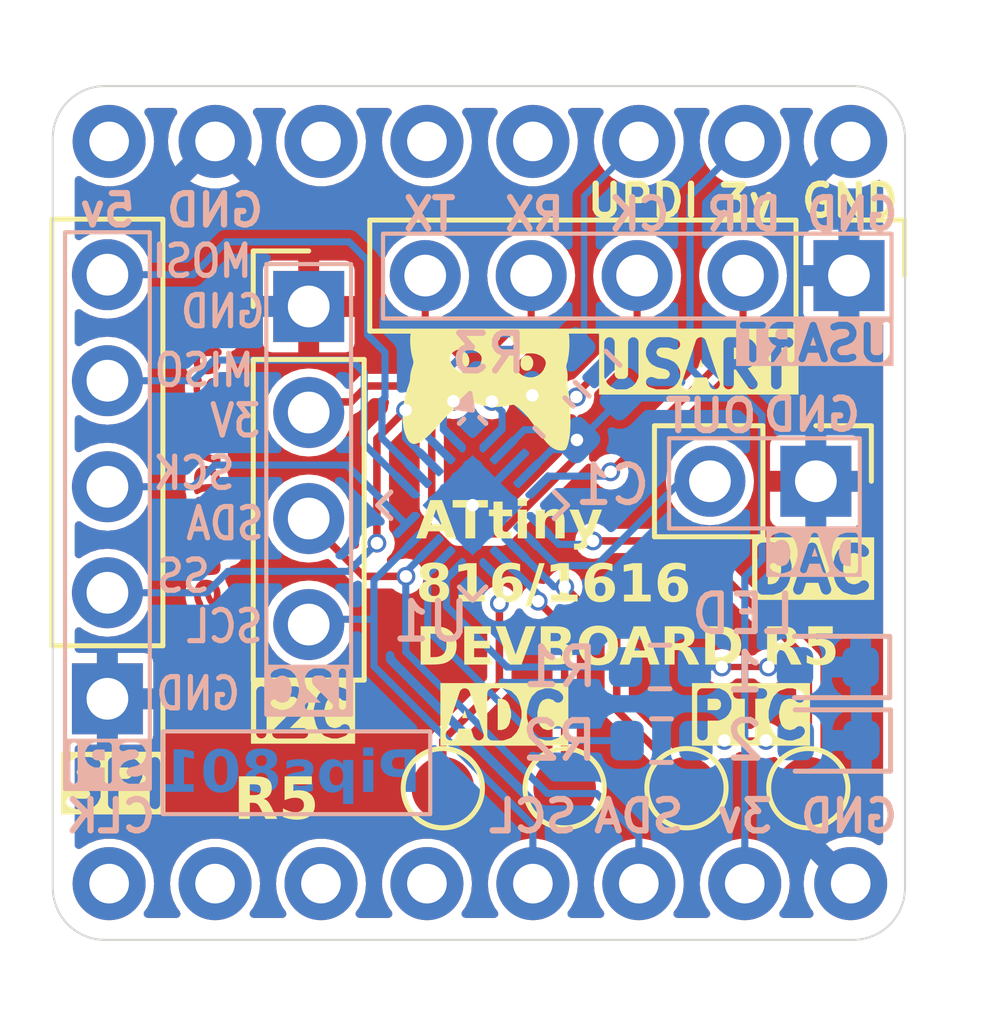
<source format=kicad_pcb>
(kicad_pcb (version 20240108) (generator "pcbnew") (generator_version "8.0")
  (title_block (title "ATtiny 816/1616 Minibadge Devboard") (date "2024-12-03") (rev "R5") (company "Pips Engineering"))
  (layers (0 "F.Cu" signal) (31 "B.Cu" signal) (34 "B.Paste" user) (35 "F.Paste" user) (36 "B.SilkS" user "B.Silkscreen") (37 "F.SilkS" user "F.Silkscreen") (38 "B.Mask" user) (39 "F.Mask" user) (44 "Edge.Cuts" user))
  (net 0 "")
  (net 1 "+3.3V")
  (net 2 "GND")
  (net 3 "CLK")
  (net 4 "+5V")
  (net 11 "Net-(D1-A)")
  (net 12 "Net-(D2-A)")
  (net 13 "USART_TXD")
  (net 14 "USART_RXD")
  (net 15 "USART_XCK")
  (net 16 "USART_XDIR")
  (net 17 "UPDI_PROG")
  (net 18 "LED1")
  (net 19 "LED2")
  (net 20 "ADC_AIN8")
  (net 21 "ADC_AIN9")
  (net 22 "PTC_X1{slash}Y1")
  (net 23 "PTC_X3{slash}Y3")
  (net 24 "I2C_SCL")
  (net 25 "SPI_SS")
  (net 26 "SPI_MOSI")
  (net 27 "DAC_OUT")
  (net 28 "SPI_SCK")
  (net 29 "SPI_MISO")
  (net 30 "I2C_SDA")
  (footprint "TestPoint:TestPoint_Pad_D1.5mm" (layer "F.Cu") (at 105.831705 72.246019 180)
    (property "Reference" "TP2")
    (property "Value" "ADC2")
  )
  (footprint "Connector_PinHeader_2.54mm:PinHeader_1x05_P2.54mm_Vertical" (layer "F.Cu") (at 94.869 70.104 180)
    (property "Reference" "J1")
    (property "Value" "SPI")
  )
  (footprint "Connector_PinHeader_2.54mm:PinHeader_1x04_P2.54mm_Vertical" (layer "F.Cu") (at 99.695 60.706)
    (property "Reference" "J2" (hide yes))
    (property "Value" "I2C")
  )
  (footprint "TestPoint:TestPoint_Pad_D1.5mm" (layer "F.Cu") (at 102.910705 72.246019 180)
    (property "Reference" "TP1")
    (property "Value" "ADC1")
  )
  (footprint "Connector_PinHeader_2.54mm:PinHeader_1x05_P2.54mm_Vertical" (layer "F.Cu") (at 112.648591 59.965919 -90)
    (property "Reference" "J4")
    (property "Value" "USART")
  )
  (footprint "Connector_PinHeader_2.54mm:PinHeader_1x02_P2.54mm_Vertical" (layer "F.Cu") (at 111.855082 64.893035 -90)
    (property "Reference" "J3" (hide yes))
    (property "Value" "DAC")
  )
  (footprint "TestPoint:TestPoint_Pad_D1.5mm" (layer "F.Cu") (at 111.673705 72.246019 180)
    (property "Reference" "TP3")
    (property "Value" "PTC1")
  )
  (footprint "LOGO" (layer "F.Cu") (at 104.003767 64.036209 180)
    (property "Reference" "G***" (hide yes))
    (property "Value" "LOGO" (hide yes))
  )
  (footprint "MiniBadge:MiniBadge_Full" (layer "F.Cu") (at 93.639705 55.482019)
    (property "Reference" "MB1" (hide yes))
    (property "Value" "Minibadge Socket")
  )
  (footprint "TestPoint:TestPoint_Pad_D1.5mm" (layer "F.Cu") (at 108.752705 72.246019 180)
    (property "Reference" "TP4")
    (property "Value" "PTC2")
  )
  (footprint "Resistor_SMD:R_0603_1608Metric" (layer "B.Cu") (at 106.619502 62.31553 135)
    (property "Reference" "R3")
    (property "Value" "10k")
  )
  (footprint "Resistor_SMD:R_0603_1608Metric" (layer "B.Cu") (at 108.117705 69.342 180)
    (property "Reference" "R1")
    (property "Value" "R")
  )
  (footprint "Capacitor_SMD:C_0603_1608Metric" (layer "B.Cu") (at 105.577705 63.356019 -45)
    (property "Reference" "C1")
    (property "Value" "0.1uF")
  )
  (footprint "Package_DFN_QFN:VQFN-20-1EP_3x3mm_P0.4mm_EP1.7x1.7mm" (layer "B.Cu") (at 103.624705 65.467019 -135)
    (property "Reference" "U1")
    (property "Value" "ATtiny816-M")
  )
  (footprint "Resistor_SMD:R_0603_1608Metric" (layer "B.Cu") (at 108.153397 71.106188 180)
    (property "Reference" "R2")
    (property "Value" "R")
  )
  (footprint "LED_SMD:LED_0603_1608Metric" (layer "B.Cu") (at 112.159419 71.103548 180)
    (property "Reference" "D2")
    (property "Value" "LED")
  )
  (footprint "LED_SMD:LED_0603_1608Metric" (layer "B.Cu") (at 112.141 69.342 180)
    (property "Reference" "D1")
    (property "Value" "LED")
  )
  (gr_poly (pts (xy 97.529709 60.620414) (xy 97.57031 60.639243) (xy 97.599738 60.672191) (xy 97.609547 60.714885) (xy 97.60086 60.761471) (xy 97.592731 60.776373) (xy 97.556086 60.800327) (xy 97.544982 60.8012) (xy 97.539169 60.800504) (xy 97.558528 60.844242) (xy 97.572178 60.888211) (xy 97.580602 60.935184) (xy 97.582974 60.976847) (xy 97.578894 61.030297) (xy 97.566654 61.078052) (xy 97.546254 61.120114) (xy 97.517695 61.156482) (xy 97.480975 61.187157) (xy 97.466922 61.196116) (xy 97.4262 61.216187) (xy 97.380511 61.231329) (xy 97.337395 61.240383) (xy 97.29063 61.245816) (xy 97.248871 61.247577) (xy 97.240216 61.247627) (xy 97.192894 61.244756) (xy 97.14871 61.236141) (xy 97.107665 61.221785) (xy 97.069758 61.201685) (xy 97.034989 61.175843) (xy 97.024097 61.165952) (xy 96.992771 61.131061) (xy 96.967927 61.091992) (xy 96.949563 61.048748) (xy 96.937681 61.001326) (xy 96.93228 60.949729) (xy 96.93192 60.931601) (xy 97.091362 60.931601) (xy 97.097463 60.97763) (xy 97.120006 61.020114) (xy 97.134752 61.034623) (xy 97.174148 61.056988) (xy 97.216266 61.066189) (xy 97.240216 61.067339) (xy 97.285475 61.066569) (xy 97.327049 61.06361) (xy 97.351077 61.05945) (xy 97.392328 61.041182) (xy 97.420065 61.002468) (xy 97.423532 60.976615) (xy 97.417949 60.929972) (xy 97.405886 60.893084) (xy 97.384087 60.850622) (xy 97.35786 60.813088) (xy 97.353569 60.807697) (xy 97.307699 60.810378) (xy 97.2618 60.812504) (xy 97.215872 60.814076) (xy 97.169915 60.815093) (xy 97.123928 60.815555) (xy 97.108593 60.815586) (xy 97.097437 60.862717) (xy 97.091968 60.909848) (xy 97.091362 60.931601) (xy 96.93192 60.931601) (xy 96.933839 60.885021) (xy 96.939595 60.836526) (xy 96.943546 60.813498) (xy 96.704799 60.812801) (xy 96.663577 60.800738) (xy 96.648537 60.787278) (xy 96.628493 60.745922) (xy 96.626323 60.722774) (xy 96.63589 60.677202) (xy 96.648537 60.658037) (xy 96.686583 60.634746) (xy 96.704799 60.632746) (xy 96.748328 60.632941) (xy 96.794941 60.633236) (xy 96.837809 60.633529) (xy 96.888656 60.633889) (xy 96.922993 60.634138) (xy 96.965972 60.634438) (xy 97.014202 60.634634) (xy 97.058782 60.63465) (xy 97.10618 60.634442) (xy 97.14861 60.63399) (xy 97.154267 60.633906) (xy 97.200438 60.633022) (xy 97.244128 60.631763) (xy 97.291963 60.62982) (xy 97.33642 60.627366) (xy 97.371838 60.624857) (xy 97.414292 60.621545) (xy 97.455956 60.618195) (xy 97.487267 60.615111)) (fill solid) (layer "F.Cu"))
  (gr_poly (pts (xy 97.529709 61.703533) (xy 97.57031 61.722362) (xy 97.599738 61.75531) (xy 97.609547 61.798004) (xy 97.60086 61.844591) (xy 97.592731 61.859492) (xy 97.556086 61.883446) (xy 97.544982 61.884319) (xy 97.539169 61.883623) (xy 97.558528 61.927361) (xy 97.572178 61.971331) (xy 97.580602 62.018303) (xy 97.582974 62.059967) (xy 97.578894 62.113416) (xy 97.566654 62.161172) (xy 97.546254 62.203234) (xy 97.517695 62.239602) (xy 97.480975 62.270276) (xy 97.466922 62.279236) (xy 97.4262 62.299307) (xy 97.380511 62.314448) (xy 97.337395 62.323503) (xy 97.29063 62.328935) (xy 97.248871 62.330696) (xy 97.240216 62.330746) (xy 97.192894 62.327875) (xy 97.14871 62.319261) (xy 97.107665 62.304904) (xy 97.069758 62.284804) (xy 97.034989 62.258962) (xy 97.024097 62.249072) (xy 96.992771 62.21418) (xy 96.967927 62.175112) (xy 96.949563 62.131867) (xy 96.937681 62.084446) (xy 96.93228 62.032848) (xy 96.93192 62.014721) (xy 97.091362 62.014721) (xy 97.097463 62.06075) (xy 97.120006 62.103233) (xy 97.134752 62.117742) (xy 97.174148 62.140107) (xy 97.216266 62.149308) (xy 97.240216 62.150458) (xy 97.285475 62.149688) (xy 97.327049 62.14673) (xy 97.351077 62.142569) (xy 97.392328 62.124302) (xy 97.420065 62.085587) (xy 97.423532 62.059734) (xy 97.417949 62.013091) (xy 97.405886 61.976203) (xy 97.384087 61.933742) (xy 97.35786 61.896207) (xy 97.353569 61.890816) (xy 97.307699 61.893497) (xy 97.2618 61.895624) (xy 97.215872 61.897195) (xy 97.169915 61.898212) (xy 97.123928 61.898674) (xy 97.108593 61.898705) (xy 97.097437 61.945836) (xy 97.091968 61.992968) (xy 97.091362 62.014721) (xy 96.93192 62.014721) (xy 96.933839 61.96814) (xy 96.939595 61.919645) (xy 96.943546 61.896617) (xy 96.704799 61.895921) (xy 96.663577 61.883857) (xy 96.648537 61.870397) (xy 96.628493 61.829042) (xy 96.626323 61.805893) (xy 96.63589 61.760321) (xy 96.648537 61.741156) (xy 96.686583 61.717866) (xy 96.704799 61.715865) (xy 96.748328 61.716061) (xy 96.794941 61.716356) (xy 96.837809 61.716648) (xy 96.888656 61.717008) (xy 96.922993 61.717257) (xy 96.965972 61.717557) (xy 97.014202 61.717753) (xy 97.058782 61.717769) (xy 97.10618 61.717562) (xy 97.14861 61.71711) (xy 97.154267 61.717025) (xy 97.200438 61.716141) (xy 97.244128 61.714882) (xy 97.291963 61.712939) (xy 97.33642 61.710486) (xy 97.371838 61.707976) (xy 97.414292 61.704664) (xy 97.455956 61.701314) (xy 97.487267 61.698231)) (fill solid) (layer "F.Cu"))
  (gr_poly (pts (xy 97.429685 68.018413) (xy 97.440348 68.018747) (xy 97.482455 68.020029) (xy 97.493911 68.020139) (xy 97.534889 68.031407) (xy 97.547888 68.04195) (xy 97.567963 68.083106) (xy 97.569687 68.104366) (xy 97.560316 68.150548) (xy 97.529012 68.181872) (xy 97.503045 68.190682) (xy 97.530209 68.234903) (xy 97.551752 68.280902) (xy 97.567675 68.328679) (xy 97.577978 68.378235) (xy 97.582662 68.429569) (xy 97.582974 68.447076) (xy 97.575314 68.497977) (xy 97.547803 68.540841) (xy 97.507318 68.564952) (xy 97.460424 68.575668) (xy 97.422909 68.577709) (xy 97.382634 68.577013) (xy 97.338176 68.567491) (xy 97.303597 68.538855) (xy 97.290754 68.491519) (xy 97.290664 68.486289) (xy 97.299495 68.439392) (xy 97.332704 68.409066) (xy 97.365402 68.403918) (xy 97.423532 68.40067) (xy 97.41272 68.348607) (xy 97.395544 68.302401) (xy 97.372004 68.262052) (xy 97.342098 68.22756) (xy 97.305829 68.198925) (xy 97.292325 68.190682) (xy 97.006866 68.191378) (xy 96.966102 68.178192) (xy 96.953304 68.165855) (xy 96.934008 68.124289) (xy 96.93192 68.101118) (xy 96.941844 68.055922) (xy 96.954964 68.03847) (xy 96.99284 68.018892) (xy 97.008319 68.017587) (xy 97.386993 68.017587)) (fill solid) (layer "F.Cu"))
  (gr_poly (pts (xy 97.286839 64.529981) (xy 97.335458 64.540858) (xy 97.381245 64.559892) (xy 97.4242 64.587083) (xy 97.457833 64.615973) (xy 97.483323 64.643164) (xy 97.512031 64.680608) (xy 97.535873 64.720283) (xy 97.55485 64.76219) (xy 97.56896 64.806329) (xy 97.578205 64.8527) (xy 97.582585 64.901303) (xy 97.582974 64.921369) (xy 97.578624 64.970574) (xy 97.568353 65.015766) (xy 97.553944 65.059693) (xy 97.55204 65.064764) (xy 97.532603 65.107907) (xy 97.50619 65.144502) (xy 97.465261 65.163377) (xy 97.42893 65.148295) (xy 97.387902 65.140116) (xy 97.371215 65.138086) (xy 97.328467 65.135272) (xy 97.290041 65.134605) (xy 97.244934 65.135449) (xy 97.200584 65.13848) (xy 97.155948 65.145369) (xy 97.131845 65.15224) (xy 97.093775 65.171143) (xy 97.072262 65.182172) (xy 97.03344 65.201314) (xy 97.015793 65.207695) (xy 96.976049 65.192816) (xy 96.965345 65.181244) (xy 96.9468 65.139024) (xy 96.945207 65.120219) (xy 96.961695 65.075387) (xy 96.988004 65.037002) (xy 96.997316 65.025087) (xy 96.97979 64.982038) (xy 96.963844 64.936928) (xy 96.958494 64.919281) (xy 96.94775 64.872189) (xy 96.945207 64.841551) (xy 96.94553 64.833197) (xy 97.078075 64.833197) (xy 97.082247 64.879668) (xy 97.089909 64.909768) (xy 97.10908 64.953382) (xy 97.124786 64.977985) (xy 97.173816 64.971361) (xy 97.217985 64.966108) (xy 97.263372 64.961711) (xy 97.307142 64.95897) (xy 97.330109 64.958494) (xy 97.372461 64.961278) (xy 97.415021 64.968018) (xy 97.425816 64.970096) (xy 97.43412 64.946893) (xy 97.436819 64.929722) (xy 97.431958 64.881496) (xy 97.417375 64.836794) (xy 97.393071 64.795616) (xy 97.375367 64.774262) (xy 97.339274 64.742183) (xy 97.300125 64.720603) (xy 97.257923 64.709521) (xy 97.233157 64.707901) (xy 97.188619 64.71096) (xy 97.145022 64.722706) (xy 97.116897 64.739225) (xy 97.089032 64.775474) (xy 97.078416 64.821726) (xy 97.078075 64.833197) (xy 96.94553 64.833197) (xy 96.947032 64.794376) (xy 96.954038 64.742822) (xy 96.9663 64.696782) (xy 96.987247 64.650038) (xy 97.015347 64.6108) (xy 97.019945 64.605807) (xy 97.056291 64.575158) (xy 97.099749 64.552037) (xy 97.14266 64.53821) (xy 97.190797 64.529914) (xy 97.234903 64.527226) (xy 97.24416 64.527149)) (fill solid) (layer "F.Cu"))
  (gr_poly (pts (xy 97.28368 61.36618) (xy 97.325392 61.368337) (xy 97.367335 61.371364) (xy 97.372253 61.371763) (xy 97.414761 61.374904) (xy 97.457061 61.377188) (xy 97.500969 61.378254) (xy 97.504291 61.37826) (xy 97.5457 61.390214) (xy 97.56076 61.403552) (xy 97.580804 61.445117) (xy 97.582974 61.468288) (xy 97.573407 61.51376) (xy 97.56076 61.532793) (xy 97.524524 61.555824) (xy 97.504291 61.558316) (xy 97.461005 61.557403) (xy 97.419224 61.555245) (xy 97.377184 61.552219) (xy 97.372253 61.551819) (xy 97.329846 61.548679) (xy 97.287619 61.546395) (xy 97.243745 61.545329) (xy 97.240423 61.545322) (xy 97.196514 61.545902) (xy 97.154405 61.546974) (xy 97.132053 61.547643) (xy 97.089465 61.548866) (xy 97.046043 61.549779) (xy 97.02389 61.549963) (xy 96.98248 61.537899) (xy 96.967421 61.52444) (xy 96.947376 61.483084) (xy 96.945207 61.459935) (xy 96.954774 61.414364) (xy 96.967421 61.395199) (xy 97.003656 61.372377) (xy 97.02389 61.369907) (xy 97.067747 61.369327) (xy 97.10976 61.368255) (xy 97.132053 61.367587) (xy 97.17475 61.366363) (xy 97.218254 61.36545) (xy 97.240423 61.365267)) (fill solid) (layer "F.Cu"))
  (gr_poly (pts (xy 97.064581 66.528182) (xy 97.110202 66.532474) (xy 97.157575 66.53436) (xy 97.203851 66.535659) (xy 97.221323 66.536071) (xy 97.270521 66.535122) (xy 97.319838 66.534742) (xy 97.364736 66.534708) (xy 97.414474 66.534913) (xy 97.469052 66.535357) (xy 97.513161 66.535847) (xy 97.559993 66.536472) (xy 97.609547 66.537231) (xy 97.628647 66.538623) (xy 97.670375 66.540869) (xy 97.71189 66.542471) (xy 97.720202 66.542568) (xy 97.7628 66.538108) (xy 97.773349 66.536303) (xy 97.81499 66.530747) (xy 97.826496 66.53027) (xy 97.867834 66.544055) (xy 97.880681 66.556954) (xy 97.899789 66.599117) (xy 97.901857 66.62169) (xy 97.891613 66.667131) (xy 97.860879 66.698632) (xy 97.839783 66.70847) (xy 97.798485 66.717297) (xy 97.753622 66.720467) (xy 97.731828 66.720767) (xy 97.687656 66.720213) (xy 97.642959 66.718548) (xy 97.612869 66.716823) (xy 97.569943 66.714419) (xy 97.527426 66.713125) (xy 97.499308 66.712878) (xy 97.527909 66.749532) (xy 97.552107 66.791449) (xy 97.562213 66.814972) (xy 97.575655 66.860539) (xy 97.582244 66.908633) (xy 97.582974 66.931683) (xy 97.579483 66.983571) (xy 97.567213 67.032584) (xy 97.543216 67.075419) (xy 97.527128 67.092248) (xy 97.489496 67.115557) (xy 97.448457 67.128849) (xy 97.403999 67.136045) (xy 97.398619 67.136566) (xy 97.353923 67.138665) (xy 97.309105 67.140899) (xy 97.264166 67.143269) (xy 97.255163 67.143759) (xy 97.212928 67.148487) (xy 97.169813 67.153377) (xy 97.141187 67.156753) (xy 97.098736 67.16344) (xy 97.056847 67.171799) (xy 97.028457 67.178796) (xy 97.006866 67.182044) (xy 96.965911 67.16766) (xy 96.953096 67.154201) (xy 96.933988 67.111738) (xy 96.93192 67.089464) (xy 96.941445 67.043582) (xy 96.973008 67.011301) (xy 96.989635 67.004077) (xy 97.03004 66.992635) (xy 97.071918 66.983698) (xy 97.115987 66.97612) (xy 97.121257 66.975305) (xy 97.164735 66.969585) (xy 97.207651 66.965424) (xy 97.251657 66.963483) (xy 97.254956 66.963471) (xy 97.296751 66.964996) (xy 97.298553 66.965096) (xy 97.340301 66.966945) (xy 97.34215 66.966952) (xy 97.383979 66.966294) (xy 97.391768 66.96556) (xy 97.423408 66.935106) (xy 97.423532 66.931683) (xy 97.416639 66.883503) (xy 97.395959 66.838503) (xy 97.365195 66.800354) (xy 97.32967 66.7699) (xy 97.291936 66.742926) (xy 97.254333 66.718215) (xy 97.205211 66.717856) (xy 97.161234 66.716779) (xy 97.113498 66.714424) (xy 97.066826 66.710117) (xy 97.022602 66.701862) (xy 97.005413 66.695244) (xy 96.971735 66.664739) (xy 96.95854 66.617702) (xy 96.958494 66.614265) (xy 96.968797 66.567904) (xy 96.980292 66.549297) (xy 97.014976 66.523753) (xy 97.033855 66.520989)) (fill solid) (layer "F.Cu"))
  (gr_poly (pts (xy 97.796755 61.401322) (xy 97.812171 61.417473) (xy 97.832153 61.460109) (xy 97.835423 61.489867) (xy 97.827226 61.535455) (xy 97.812171 61.562029) (xy 97.777455 61.588833) (xy 97.755702 61.592425) (xy 97.714552 61.578058) (xy 97.699026 61.562029) (xy 97.679222 61.519592) (xy 97.675981 61.489867) (xy 97.684105 61.444197) (xy 97.699026 61.417473) (xy 97.733925 61.390465) (xy 97.755702 61.386845)) (fill solid) (layer "F.Cu"))
  (gr_poly (pts (xy 97.548825 63.618387) (xy 97.56159 63.63151) (xy 97.580886 63.673883) (xy 97.582974 63.696479) (xy 97.572695 63.74483) (xy 97.538634 63.776857) (xy 97.520692 63.783259) (xy 97.47906 63.791922) (xy 97.440141 63.797644) (xy 97.396543 63.802604) (xy 97.359174 63.80739) (xy 97.316959 63.81496) (xy 97.274645 63.82235) (xy 97.229367 63.830152) (xy 97.210528 63.833377) (xy 97.257251 63.85206) (xy 97.299299 63.86839) (xy 97.344175 63.88541) (xy 97.391878 63.903122) (xy 97.432078 63.917789) (xy 97.474087 63.932898) (xy 97.506782 63.94452) (xy 97.546961 63.965797) (xy 97.575533 64.003473) (xy 97.582974 64.044989) (xy 97.571033 64.092302) (xy 97.539109 64.123403) (xy 97.498063 64.140122) (xy 97.457186 64.150477) (xy 97.4144 64.160146) (xy 97.371597 64.169017) (xy 97.342566 64.174694) (xy 97.294438 64.184045) (xy 97.248289 64.193078) (xy 97.204778 64.201723) (xy 97.177311 64.207411) (xy 97.219781 64.219919) (xy 97.264402 64.232834) (xy 97.311324 64.246365) (xy 97.353064 64.258378) (xy 97.400417 64.27199) (xy 97.453382 64.2872) (xy 97.51196 64.30401) (xy 97.532733 64.309968) (xy 97.568795 64.335028) (xy 97.582532 64.379301) (xy 97.582974 64.391411) (xy 97.572769 64.43829) (xy 97.561383 64.456844) (xy 97.525174 64.483126) (xy 97.508028 64.485383) (xy 97.491212 64.482135) (xy 97.448839 64.469295) (xy 97.407204 64.456442) (xy 97.366306 64.443577) (xy 97.326145 64.4307) (xy 97.273744 64.413512) (xy 97.222653 64.396302) (xy 97.172873 64.37907) (xy 97.124404 64.361816) (xy 97.077245 64.344541) (xy 97.037598 64.326399) (xy 97.000538 64.303577) (xy 96.969704 64.2805) (xy 96.941055 64.243956) (xy 96.93192 64.196969) (xy 96.946161 64.149054) (xy 96.976938 64.115649) (xy 97.018004 64.090012) (xy 97.063703 64.070706) (xy 97.072262 64.067728) (xy 97.11446 64.056072) (xy 97.161152 64.045834) (xy 97.203716 64.037622) (xy 97.252746 64.028954) (xy 97.270526 64.025963) (xy 97.236063 64.009024) (xy 97.194957 63.990128) (xy 97.150815 63.970382) (xy 97.106906 63.951071) (xy 97.066034 63.933296) (xy 97.021269 63.913992) (xy 97.011849 63.909947) (xy 96.976607 63.885203) (xy 96.972819 63.880479) (xy 96.942975 63.846371) (xy 96.93192 63.798805) (xy 96.952552 63.757206) (xy 96.980915 63.7343) (xy 97.0192 63.711219) (xy 97.060008 63.693092) (xy 97.101623 63.679102) (xy 97.1115 63.676292) (xy 97.158263 63.664705) (xy 97.2073 63.654207) (xy 97.257308 63.644274) (xy 97.3033 63.635553) (xy 97.354611 63.626143) (xy 97.396585 63.618634) (xy 97.426231 63.613412) (xy 97.467717 63.607226) (xy 97.508443 63.604363)) (fill solid) (layer "F.Cu"))
  (gr_poly (pts (xy 97.264537 67.252844) (xy 97.3074 67.2592) (xy 97.348042 67.269793) (xy 97.393883 67.288098) (xy 97.436526 67.312505) (xy 97.469621 67.337505) (xy 97.502276 67.369312) (xy 97.534157 67.411817) (xy 97.558067 67.459053) (xy 97.574007 67.511021) (xy 97.581203 67.557941) (xy 97.582974 67.597843) (xy 97.581235 67.645731) (xy 97.574991 67.695918) (xy 97.564205 67.741262) (xy 97.546643 67.786484) (xy 97.523118 67.824909) (xy 97.490005 67.857266) (xy 97.450248 67.877297) (xy 97.403848 67.885001) (xy 97.397581 67.885097) (xy 97.355338 67.875611) (xy 97.319915 67.850523) (xy 97.290461 67.814536) (xy 97.284228 67.804815) (xy 97.262247 67.762889) (xy 97.243015 67.71964) (xy 97.223163 67.671429) (xy 97.217794 67.657939) (xy 97.131222 67.437974) (xy 97.117209 67.482205) (xy 97.111292 67.513616) (xy 97.106309 67.561357) (xy 97.104675 67.608364) (xy 97.104649 67.615478) (xy 97.107424 67.662554) (xy 97.117018 67.709866) (xy 97.135485 67.755838) (xy 97.139734 67.763513) (xy 97.160031 67.804067) (xy 97.171083 67.850525) (xy 97.158486 67.89684) (xy 97.120696 67.917219) (xy 97.105271 67.918278) (xy 97.061605 67.907628) (xy 97.026847 67.879832) (xy 96.999563 67.84064) (xy 96.984237 67.809223) (xy 96.967161 67.762919) (xy 96.954964 67.715193) (xy 96.947646 67.666046) (xy 96.945207 67.615478) (xy 96.946834 67.568133) (xy 96.953082 67.514969) (xy 96.964015 67.465786) (xy 96.978115 67.42498) (xy 97.277377 67.42498) (xy 97.295352 67.471029) (xy 97.313205 67.516941) (xy 97.330937 67.562717) (xy 97.334469 67.571856) (xy 97.354261 67.618608) (xy 97.375289 67.663881) (xy 97.39725 67.705568) (xy 97.401111 67.712234) (xy 97.416438 67.668799) (xy 97.422985 67.6194) (xy 97.423532 67.598075) (xy 97.417502 67.551592) (xy 97.39752 67.508043) (xy 97.386993 67.494126) (xy 97.354451 67.464281) (xy 97.315593 67.44105) (xy 97.277377 67.42498) (xy 96.978115 67.42498) (xy 96.979634 67.420584) (xy 96.999939 67.379362) (xy 97.011849 67.360244) (xy 97.041603 67.323025) (xy 97.07559 67.293506) (xy 97.113811 67.271688) (xy 97.156265 67.25757) (xy 97.202952 67.251153) (xy 97.219455 67.250725)) (fill solid) (layer "F.Cu"))
  (gr_poly (pts (xy 97.108241 65.275979) (xy 97.129631 65.318488) (xy 97.131222 65.340881) (xy 97.123437 65.38881) (xy 97.111292 65.42766) (xy 97.097668 65.472383) (xy 97.091362 65.515136) (xy 97.093418 65.566793) (xy 97.102105 65.614677) (xy 97.131692 65.648149) (xy 97.134336 65.648321) (xy 97.167676 65.615847) (xy 97.186458 65.572667) (xy 97.192259 65.556205) (xy 97.208488 65.509219) (xy 97.225154 65.46298) (xy 97.24299 65.417103) (xy 97.25807 65.384038) (xy 97.285162 65.343738) (xy 97.321101 65.312163) (xy 97.36282 65.295161) (xy 97.393844 65.291922) (xy 97.436748 65.296808) (xy 97.479737 65.31486) (xy 97.515116 65.346214) (xy 97.542885 65.390869) (xy 97.558061 65.430909) (xy 97.56896 65.477039) (xy 97.575943 65.526088) (xy 97.58003 65.57458) (xy 97.582366 65.629028) (xy 97.582974 65.678949) (xy 97.580404 65.726334) (xy 97.569289 65.771426) (xy 97.567403 65.775474) (xy 97.535443 65.809149) (xy 97.494253 65.81859) (xy 97.490797 65.818632) (xy 97.449055 65.815601) (xy 97.40721 65.800754) (xy 97.383776 65.759185) (xy 97.383672 65.755288) (xy 97.390705 65.708547) (xy 97.420418 65.677557) (xy 97.423483 65.630836) (xy 97.423532 65.623958) (xy 97.422313 65.570574) (xy 97.41781 65.522252) (xy 97.40403 65.476691) (xy 97.388862 65.466873) (xy 97.35824 65.503853) (xy 97.339036 65.550078) (xy 97.334884 65.561542) (xy 97.318309 65.606992) (xy 97.300761 65.652614) (xy 97.283065 65.694992) (xy 97.262845 65.736261) (xy 97.234571 65.777678) (xy 97.198948 65.810128) (xy 97.159286 65.827601) (xy 97.130599 65.83093) (xy 97.087933 65.825933) (xy 97.04501 65.807987) (xy 97.008316 65.776989) (xy 96.981317 65.73916) (xy 96.974479 65.726516) (xy 96.95586 65.681995) (xy 96.94256 65.632659) (xy 96.935287 65.585541) (xy 96.932086 65.534737) (xy 96.93192 65.519544) (xy 96.934039 65.471924) (xy 96.941361 65.421811) (xy 96.953915 65.374643) (xy 96.958701 65.361067) (xy 96.979034 65.318229) (xy 97.010544 65.281892) (xy 97.053026 65.264011) (xy 97.066034 65.26315)) (fill solid) (layer "F.Cu"))
  (gr_poly (pts (xy 97.108241 62.404367) (xy 97.129631 62.446876) (xy 97.131222 62.469269) (xy 97.123437 62.517198) (xy 97.111292 62.556048) (xy 97.097668 62.600771) (xy 97.091362 62.643524) (xy 97.093418 62.695181) (xy 97.102105 62.743065) (xy 97.131692 62.776537) (xy 97.134336 62.776709) (xy 97.167676 62.744235) (xy 97.186458 62.701055) (xy 97.192259 62.684593) (xy 97.208488 62.637607) (xy 97.225154 62.591368) (xy 97.24299 62.545491) (xy 97.25807 62.512426) (xy 97.285162 62.472126) (xy 97.321101 62.440551) (xy 97.36282 62.423549) (xy 97.393844 62.42031) (xy 97.436748 62.425196) (xy 97.479737 62.443248) (xy 97.515116 62.474602) (xy 97.542885 62.519257) (xy 97.558061 62.559297) (xy 97.56896 62.605427) (xy 97.575943 62.654476) (xy 97.58003 62.702968) (xy 97.582366 62.757416) (xy 97.582974 62.807337) (xy 97.580404 62.854722) (xy 97.569289 62.899814) (xy 97.567403 62.903862) (xy 97.535443 62.937537) (xy 97.494253 62.946978) (xy 97.490797 62.94702) (xy 97.449055 62.943989) (xy 97.40721 62.929142) (xy 97.383776 62.887573) (xy 97.383672 62.883676) (xy 97.390705 62.836935) (xy 97.420418 62.805945) (xy 97.423483 62.759224) (xy 97.423532 62.752346) (xy 97.422313 62.698962) (xy 97.41781 62.65064) (xy 97.40403 62.605079) (xy 97.388862 62.595261) (xy 97.35824 62.632241) (xy 97.339036 62.678466) (xy 97.334884 62.68993) (xy 97.318309 62.73538) (xy 97.300761 62.781002) (xy 97.283065 62.82338) (xy 97.262845 62.864649) (xy 97.234571 62.906066) (xy 97.198948 62.938516) (xy 97.159286 62.955989) (xy 97.130599 62.959318) (xy 97.087933 62.954321) (xy 97.04501 62.936375) (xy 97.008316 62.905377) (xy 96.981317 62.867548) (xy 96.974479 62.854904) (xy 96.95586 62.810383) (xy 96.94256 62.761047) (xy 96.935287 62.713929) (xy 96.932086 62.663125) (xy 96.93192 62.647932) (xy 96.934039 62.600312) (xy 96.941361 62.550199) (xy 96.953915 62.503031) (xy 96.958701 62.489455) (xy 96.979034 62.446617) (xy 97.010544 62.41028) (xy 97.053026 62.392399) (xy 97.066034 62.391538)) (fill solid) (layer "F.Cu"))
  (gr_poly (pts (xy 97.264537 68.634819) (xy 97.3074 68.641175) (xy 97.348042 68.651768) (xy 97.393883 68.670073) (xy 97.436526 68.69448) (xy 97.469621 68.71948) (xy 97.502276 68.751287) (xy 97.534157 68.793792) (xy 97.558067 68.841028) (xy 97.574007 68.892996) (xy 97.581203 68.939916) (xy 97.582974 68.979818) (xy 97.581235 69.027706) (xy 97.574991 69.077893) (xy 97.564205 69.123237) (xy 97.546643 69.168459) (xy 97.523118 69.206884) (xy 97.490005 69.239241) (xy 97.450248 69.259272) (xy 97.403848 69.266976) (xy 97.397581 69.267072) (xy 97.355338 69.257586) (xy 97.319915 69.232497) (xy 97.290461 69.196511) (xy 97.284228 69.18679) (xy 97.262247 69.144863) (xy 97.243015 69.101615) (xy 97.223163 69.053404) (xy 97.217794 69.039914) (xy 97.131222 68.819949) (xy 97.117209 68.86418) (xy 97.111292 68.895591) (xy 97.106309 68.943331) (xy 97.104675 68.990338) (xy 97.104649 68.997453) (xy 97.107424 69.044529) (xy 97.117018 69.091841) (xy 97.135485 69.137813) (xy 97.139734 69.145488) (xy 97.160031 69.186042) (xy 97.171083 69.2325) (xy 97.158486 69.278815) (xy 97.120696 69.299194) (xy 97.105271 69.300253) (xy 97.061605 69.289603) (xy 97.026847 69.261807) (xy 96.999563 69.222615) (xy 96.984237 69.191198) (xy 96.967161 69.144894) (xy 96.954964 69.097168) (xy 96.947646 69.048021) (xy 96.945207 68.997453) (xy 96.946834 68.950108) (xy 96.953082 68.896944) (xy 96.964015 68.847761) (xy 96.978115 68.806955) (xy 97.277377 68.806955) (xy 97.295352 68.853003) (xy 97.313205 68.898916) (xy 97.330937 68.944692) (xy 97.334469 68.953831) (xy 97.354261 69.000582) (xy 97.375289 69.045856) (xy 97.39725 69.087543) (xy 97.401111 69.094209) (xy 97.416438 69.050774) (xy 97.422985 69.001375) (xy 97.423532 68.98005) (xy 97.417502 68.933567) (xy 97.39752 68.890018) (xy 97.386993 68.876101) (xy 97.354451 68.846256) (xy 97.315593 68.823025) (xy 97.277377 68.806955) (xy 96.978115 68.806955) (xy 96.979634 68.802559) (xy 96.999939 68.761337) (xy 97.011849 68.742219) (xy 97.041603 68.705) (xy 97.07559 68.675481) (xy 97.113811 68.653663) (xy 97.156265 68.639545) (xy 97.202952 68.633128) (xy 97.219455 68.6327)) (fill solid) (layer "F.Cu"))
  (gr_rect (start 93.853 58.928) (end 95.885 72.263) (stroke (width 0.1)) (fill none) (layer "B.SilkS"))
  (gr_rect (start 96.197119 70.884742) (end 102.608681 72.866748) (stroke (width 0.1)) (fill none) (layer "B.SilkS"))
  (gr_rect (start 101.477226 58.961826) (end 113.669226 60.993826) (stroke (width 0.1)) (fill none) (layer "B.SilkS"))
  (gr_line (start 108.33543 63.863015) (end 108.33543 66.022015) (stroke (width 0.1)) (layer "B.SilkS"))
  (gr_line (start 108.33543 66.022015) (end 112.90743 66.022015) (stroke (width 0.1)) (layer "B.SilkS"))
  (gr_line (start 112.90743 63.863015) (end 108.33543 63.863015) (stroke (width 0.1)) (layer "B.SilkS"))
  (gr_rect (start 98.679 59.69) (end 100.711 70.485) (stroke (width 0.1)) (fill none) (layer "B.SilkS"))
  (gr_line (start 112.90743 66.022015) (end 112.90743 63.863015) (stroke (width 0.1)) (layer "B.SilkS"))
  (gr_poly (pts (arc (start 94.808402 55.425473) (mid 93.924528 55.791608) (end 93.558402 56.675473)) (arc (start 93.558402 74.629324) (mid 93.924509 75.51321) (end 94.808402 75.879324)) (arc (start 112.742332 75.879324) (mid 113.626209 75.513203) (end 113.992332 74.629324)) (arc (start 113.992332 56.675473) (mid 113.626204 55.791599) (end 112.742332 55.425473))) (stroke (width 0.05)) (fill none) (layer "Edge.Cuts"))
  (gr_text "Pips801" (at 102.3874 72.504249 -0) (layer "B.Cu") (effects (font (size 1 1) (thickness 0.1)) (justify left bottom mirror)))
  (gr_text "SDA" (at 107.609705 73.3552 0) (layer "B.SilkS") (effects (font (size 0.75 0.75)) (justify bottom mirror)))
  (gr_text "GND" (at 97.449705 57.9628 0) (layer "B.SilkS") (effects (font (size 0.75 0.75)) (justify top mirror)))
  (gr_text "USART" (at 111.885541 62.064567 0) (layer "B.SilkS" knockout) (effects (font (size 0.8 0.8) (thickness 0.17)) (justify bottom mirror)))
  (gr_text "  MOSI\nGND" (at 97.634849 60.2234 0) (layer "B.SilkS") (effects (font (size 0.75 0.65) (thickness 0.125)) (justify mirror)))
  (gr_text "GND" (at 112.649 73.3552 0) (layer "B.SilkS") (effects (font (size 0.75 0.75)) (justify bottom mirror)))
  (gr_text "OUT" (at 109.34047 62.889222 0) (layer "B.SilkS") (effects (font (size 0.75 0.75)) (justify top mirror)))
  (gr_text "I2C" (at 99.705279 70.392142 0) (layer "B.SilkS" knockout) (effects (font (size 0.82 0.82) (thickness 0.17)) (justify bottom mirror)))
  (gr_text "DAC" (at 111.826855 67.117371 0) (layer "B.SilkS" knockout) (effects (font (size 0.8 0.8) (thickness 0.17)) (justify bottom mirror)))
  (gr_text "1" (at 110.149705 69.469 0) (layer "B.SilkS") (effects (font (size 0.9 0.9)) (justify mirror)))
  (gr_text "TX" (at 102.593292 58.497272 -0) (layer "B.SilkS") (effects (font (size 0.75 0.7)) (justify mirror)))
  (gr_text "LED" (at 110.109 68.072 0) (layer "B.SilkS") (effects (font (size 0.9 0.9)) (justify mirror)))
  (gr_text "5v" (at 94.869 57.9628 0) (layer "B.SilkS") (effects (font (size 0.75 0.75)) (justify top mirror)))
  (gr_text "    SS\nSCL" (at 97.679446 67.7672 0) (layer "B.SilkS") (effects (font (size 0.75 0.65) (thickness 0.125)) (justify mirror)))
  (gr_text "GND\n" (at 111.76 62.85949 0) (layer "B.SilkS") (effects (font (size 0.75 0.75)) (justify top mirror)))
  (gr_text "SPI" (at 94.869 72.163166 0) (layer "B.SilkS" knockout) (effects (font (size 0.82 0.82) (thickness 0.17)) (justify bottom mirror)))
  (gr_text "3v" (at 110.149705 73.3552 0) (layer "B.SilkS") (effects (font (size 0.75 0.75)) (justify bottom mirror)))
  (gr_text "GND" (at 97.042954 69.98106 0) (layer "B.SilkS") (effects (font (size 0.75 0.65) (thickness 0.125)) (justify mirror)))
  (gr_text "DIR" (at 110.1344 58.4962 -0) (layer "B.SilkS") (effects (font (size 0.75 0.7)) (justify mirror)))
  (gr_text "CLK" (at 94.9452 73.3552 0) (layer "B.SilkS") (effects (font (size 0.75 0.75)) (justify bottom mirror)))
  (gr_text "   MISO\n3V" (at 97.932163 62.8396 0) (layer "B.SilkS") (effects (font (size 0.75 0.65) (thickness 0.125)) (justify mirror)))
  (gr_text "CK" (at 107.6198 58.497272 -0) (layer "B.SilkS") (effects (font (size 0.75 0.7)) (justify mirror)))
  (gr_text "2" (at 110.149705 71.103019 0) (layer "B.SilkS") (effects (font (size 0.9 0.9)) (justify mirror)))
  (gr_text "   SCK\nSDA" (at 97.6884 65.3034 0) (layer "B.SilkS") (effects (font (size 0.75 0.65) (thickness 0.125)) (justify mirror)))
  (gr_text "SCL" (at 105.069705 73.3552 0) (layer "B.SilkS") (effects (font (size 0.75 0.75)) (justify bottom mirror)))
  (gr_text "GND" (at 112.7252 58.4962 -0) (layer "B.SilkS") (effects (font (size 0.75 0.7)) (justify mirror)))
  (gr_text "RX" (at 105.1052 58.497272 -0) (layer "B.SilkS") (effects (font (size 0.75 0.7)) (justify mirror)))
  (gr_text "SPI" (at 95.03277 72.876707 0) (layer "F.SilkS" knockout) (effects (font (size 1 1) (thickness 2.5)) (justify bottom)))
  (gr_text "${REVISION}" (at 97.8916 73.152 0) (layer "F.SilkS") (effects (font (size 1 1) (thickness 0.1)) (justify left bottom)))
  (gr_text "ADC" (at 104.434705 71.230019 0) (layer "F.SilkS" knockout) (effects (font (size 1 1) (thickness 2.5)) (justify bottom)))
  (gr_text "I2C" (at 99.536578 71.182842 0) (layer "F.SilkS" knockout) (effects (font (size 1 1) (thickness 2.5)) (justify bottom)))
  (gr_text "GND" (at 112.671298 57.734893 -0) (layer "F.SilkS") (effects (font (size 0.75 0.75)) (justify top)))
  (gr_text "PTC" (at 110.276705 71.230019 0) (layer "F.SilkS" knockout) (effects (font (size 1 1) (thickness 2.5)) (justify bottom)))
  (gr_text "3v" (at 110.18601 57.757192 -0) (layer "F.SilkS") (effects (font (size 0.75 0.75)) (justify top)))
  (gr_text "ATtiny\n816/1616\nDEVBOARD ${REVISION}" (at 102.263374 69.438444 0) (layer "F.SilkS") (effects (font (size 0.9 0.9) (thickness 0.1)) (justify left bottom)))
  (gr_text "USART" (at 108.977256 62.818687 0) (layer "F.SilkS" knockout) (effects (font (size 1 1) (thickness 2.5)) (justify bottom)))
  (gr_text "UPDI" (at 107.718298 57.734893 -0) (layer "F.SilkS") (effects (font (size 0.75 0.75)) (justify top)))
  (gr_text "DAC" (at 111.766448 67.738132 0) (layer "F.SilkS" knockout) (effects (font (size 1 1) (thickness 2.5)) (justify bottom)))
  (segment (start 100.711 62.992) (end 99.695 62.992) (width 0.18) (layer "F.Cu") (net 1))
  (segment (start 102.644705 65.503019) (end 102.644705 63.020705) (width 0.18) (layer "F.Cu") (net 1))
  (segment (start 103.291705 66.150019) (end 102.644705 65.503019) (width 0.18) (layer "F.Cu") (net 1))
  (segment (start 102.235 62.611) (end 101.092 62.611) (width 0.18) (layer "F.Cu") (net 1))
  (segment (start 101.092 62.611) (end 100.711 62.992) (width 0.18) (layer "F.Cu") (net 1))
  (segment (start 106.125713 63.904027) (end 106.125713 64.308287) (width 0.18) (layer "F.Cu") (net 1))
  (segment (start 102.644705 63.020705) (end 102.235 62.611) (width 0.18) (layer "F.Cu") (net 1))
  (segment (start 104.283981 66.150019) (end 103.291705 66.150019) (width 0.18) (layer "F.Cu") (net 1))
  (segment (start 99.695 62.992) (end 99.441 63.246) (width 0.18) (layer "F.Cu") (net 1))
  (segment (start 106.125713 64.308287) (end 104.283981 66.150019) (width 0.18) (layer "F.Cu") (net 1))
  (via (at 106.125713 63.904027) (size 0.45) (drill 0.3) (layers "F.Cu" "B.Cu") (net 1))
  (segment (start 107.202865 62.898893) (end 110.151135 62.898893) (width 0.17) (layer "B.Cu") (net 1))
  (segment (start 109.558763 62.898963) (end 108.839 62.1792) (width 0.17) (layer "B.Cu") (net 1))
  (segment (start 105.52241 64.135) (end 104.932853 64.724557) (width 0.17) (layer "B.Cu") (net 1))
  (segment (start 105.89474 64.135) (end 105.52241 64.135) (width 0.17) (layer "B.Cu") (net 1))
  (segment (start 110.151205 74.530519) (end 110.151205 67.183) (width 0.17) (layer "B.Cu") (net 1))
  (segment (start 106.125713 63.904027) (end 106.197731 63.904027) (width 0.17) (layer "B.Cu") (net 1))
  (segment (start 110.151205 62.898963) (end 109.558763 62.898963) (width 0.17) (layer "B.Cu") (net 1))
  (segment (start 106.197731 63.904027) (end 107.177722 62.924036) (width 0.17) (layer "B.Cu") (net 1))
  (segment (start 108.839 62.1792) (end 108.839 58.062724) (width 0.17) (layer "B.Cu") (net 1))
  (segment (start 110.149705 74.532019) (end 110.022705 74.405019) (width 0.17) (layer "B.Cu") (net 1))
  (segment (start 108.839 58.062724) (end 110.149705 56.752019) (width 0.17) (layer "B.Cu") (net 1))
  (segment (start 110.149705 74.532019) (end 110.151205 74.530519) (width 0.17) (layer "B.Cu") (net 1))
  (segment (start 110.151205 67.183) (end 110.561763 66.772442) (width 0.17) (layer "B.Cu") (net 1))
  (segment (start 110.561763 66.772442) (end 110.561763 63.309521) (width 0.17) (layer "B.Cu") (net 1))
  (segment (start 110.151135 62.898893) (end 110.151205 62.898963) (width 0.17) (layer "B.Cu") (net 1))
  (segment (start 110.561763 63.309521) (end 110.151205 62.898963) (width 0.17) (layer "B.Cu") (net 1))
  (segment (start 107.177722 62.924036) (end 107.202865 62.898893) (width 0.17) (layer "B.Cu") (net 1))
  (segment (start 106.125713 63.904027) (end 105.89474 64.135) (width 0.17) (layer "B.Cu") (net 1))
  (via (at 103.624705 65.467019) (size 0.45) (drill 0.3) (layers "F.Cu" "B.Cu") (net 2))
  (via (at 105.055664 62.833978) (size 0.45) (drill 0.3) (layers "F.Cu" "B.Cu") (net 2))
  (segment (start 104.65001 64.441714) (end 103.624705 65.467019) (width 0.17) (layer "B.Cu") (net 2))
  (segment (start 110.714671 69.342) (end 109.601 69.342) (width 0.15) (layer "F.Cu") (net 11))
  (via (at 110.714671 69.342) (size 0.45) (drill 0.3) (layers "F.Cu" "B.Cu") (net 11))
  (via (at 109.601 69.342) (size 0.45) (drill 0.3) (layers "F.Cu" "B.Cu") (net 11))
  (segment (start 110.714671 69.342) (end 111.3535 69.342) (width 0.17) (layer "B.Cu") (net 11))
  (segment (start 109.601 69.342) (end 108.942705 69.342) (width 0.17) (layer "B.Cu") (net 11))
  (segment (start 110.657705 71.103019) (end 109.661205 71.103019) (width 0.15) (layer "F.Cu") (net 12))
  (via (at 109.661205 71.103019) (size 0.45) (drill 0.3) (layers "F.Cu" "B.Cu") (net 12))
  (via (at 110.657705 71.103019) (size 0.45) (drill 0.3) (layers "F.Cu" "B.Cu") (net 12))
  (segment (start 111.371919 71.103548) (end 110.658234 71.103548) (width 0.17) (layer "B.Cu") (net 12))
  (segment (start 109.658036 71.106188) (end 108.978397 71.106188) (width 0.17) (layer "B.Cu") (net 12))
  (segment (start 110.658234 71.103548) (end 110.657705 71.103019) (width 0.17) (layer "B.Cu") (net 12))
  (segment (start 109.661205 71.103019) (end 109.658036 71.106188) (width 0.17) (layer "B.Cu") (net 12))
  (segment (start 103.164705 62.270705) (end 102.489 61.595) (width 0.17) (layer "F.Cu") (net 13))
  (segment (start 102.489 61.595) (end 102.489 59.966328) (width 0.17) (layer "F.Cu") (net 13))
  (segment (start 103.164705 62.975019) (end 103.164705 62.270705) (width 0.17) (layer "F.Cu") (net 13))
  (segment (start 102.489 59.966328) (end 102.488591 59.965919) (width 0.17) (layer "F.Cu") (net 13))
  (via (at 103.164705 62.975019) (size 0.45) (drill 0.3) (layers "F.Cu" "B.Cu") (net 13))
  (segment (start 103.165086 63.876029) (end 102.923476 63.634419) (width 0.17) (layer "B.Cu") (net 13))
  (segment (start 102.923476 63.216248) (end 103.164705 62.975019) (width 0.17) (layer "B.Cu") (net 13))
  (segment (start 102.923476 63.634419) (end 102.923476 63.216248) (width 0.17) (layer "B.Cu") (net 13))
  (segment (start 104.087576 62.981539) (end 104.087576 62.250981) (width 0.17) (layer "F.Cu") (net 14))
  (segment (start 105.029 61.309557) (end 105.029 59.966328) (width 0.17) (layer "F.Cu") (net 14))
  (segment (start 104.087576 62.250981) (end 105.029 61.309557) (width 0.17) (layer "F.Cu") (net 14))
  (segment (start 105.029 59.966328) (end 105.028591 59.965919) (width 0.17) (layer "F.Cu") (net 14))
  (via (at 104.087576 62.981539) (size 0.45) (drill 0.3) (layers "F.Cu" "B.Cu") (net 14))
  (segment (start 104.084324 63.876029) (end 104.331737 63.628616) (width 0.17) (layer "B.Cu") (net 14))
  (segment (start 104.331737 63.2257) (end 104.087576 62.981539) (width 0.17) (layer "B.Cu") (net 14))
  (segment (start 104.331737 63.628616) (end 104.331737 63.2257) (width 0.17) (layer "B.Cu") (net 14))
  (segment (start 106.111152 62.873466) (end 106.111152 62.798848) (width 0.17) (layer "F.Cu") (net 15))
  (segment (start 106.111152 62.798848) (end 107.568591 61.341409) (width 0.17) (layer "F.Cu") (net 15))
  (segment (start 107.568591 61.341409) (end 107.568591 59.965919) (width 0.17) (layer "F.Cu") (net 15))
  (via (at 106.111152 62.873466) (size 0.45) (drill 0.3) (layers "F.Cu" "B.Cu") (net 15))
  (segment (start 105.218861 63.658295) (end 104.867743 63.658295) (width 0.17) (layer "B.Cu") (net 15))
  (segment (start 104.867743 63.658295) (end 104.367167 64.158871) (width 0.17) (layer "B.Cu") (net 15))
  (segment (start 106.00369 62.873466) (end 105.218861 63.658295) (width 0.17) (layer "B.Cu") (net 15))
  (segment (start 106.111152 62.873466) (end 106.00369 62.873466) (width 0.17) (layer "B.Cu") (net 15))
  (segment (start 106.934 64.666724) (end 110.108591 61.492133) (width 0.17) (layer "F.Cu") (net 16))
  (segment (start 110.108591 61.492133) (end 110.108591 59.965919) (width 0.17) (layer "F.Cu") (net 16))
  (via (at 106.934 64.666724) (size 0.45) (drill 0.3) (layers "F.Cu" "B.Cu") (net 16))
  (segment (start 106.830724 64.77) (end 105.453095 64.77) (width 0.17) (layer "B.Cu") (net 16))
  (segment (start 105.453095 64.77) (end 105.215695 65.0074) (width 0.17) (layer "B.Cu") (net 16))
  (segment (start 106.934 64.666724) (end 106.830724 64.77) (width 0.17) (layer "B.Cu") (net 16))
  (segment (start 106.299 61.469306) (end 106.036139 61.732167) (width 0.15) (layer "B.Cu") (net 17))
  (segment (start 103.518557 61.732167) (end 106.036139 61.732167) (width 0.17) (layer "B.Cu") (net 17))
  (segment (start 106.299 58.062724) (end 106.299 61.469306) (width 0.15) (layer "B.Cu") (net 17))
  (segment (start 107.609705 56.752019) (end 106.299 58.062724) (width 0.15) (layer "B.Cu") (net 17))
  (segment (start 102.547624 63.824252) (end 102.547624 62.7031) (width 0.17) (layer "B.Cu") (net 17))
  (segment (start 102.547624 62.7031) (end 103.518557 61.732167) (width 0.17) (layer "B.Cu") (net 17))
  (segment (start 102.882243 64.158871) (end 102.547624 63.824252) (width 0.17) (layer "B.Cu") (net 17))
  (segment (start 102.547624 68.462676) (end 102.547624 67.109786) (width 0.17) (layer "B.Cu") (net 18))
  (segment (start 102.547624 67.109786) (end 102.882243 66.775167) (width 0.17) (layer "B.Cu") (net 18))
  (segment (start 107.328397 71.106188) (end 105.191136 71.106188) (width 0.17) (layer "B.Cu") (net 18))
  (segment (start 105.191136 71.106188) (end 102.547624 68.462676) (width 0.17) (layer "B.Cu") (net 18))
  (segment (start 103.165086 67.058009) (end 102.997 67.226095) (width 0.17) (layer "B.Cu") (net 19))
  (segment (start 102.997 67.226095) (end 102.997 67.887314) (width 0.17) (layer "B.Cu") (net 19))
  (segment (start 102.997 67.887314) (end 104.451686 69.342) (width 0.17) (layer "B.Cu") (net 19))
  (segment (start 104.451686 69.342) (end 107.292705 69.342) (width 0.17) (layer "B.Cu") (net 19))
  (segment (start 104.267 67.818) (end 104.267 69.746724) (width 0.18) (layer "F.Cu") (net 20))
  (segment (start 104.267 69.746724) (end 102.910705 71.103019) (width 0.18) (layer "F.Cu") (net 20))
  (segment (start 102.910705 71.103019) (end 102.910705 71.992019) (width 0.18) (layer "F.Cu") (net 20))
  (via (at 104.267 67.818) (size 0.45) (drill 0.3) (layers "F.Cu" "B.Cu") (net 20))
  (segment (start 104.267 67.818) (end 104.267 67.240685) (width 0.17) (layer "B.Cu") (net 20))
  (segment (start 104.267 67.240685) (end 104.084324 67.058009) (width 0.17) (layer "B.Cu") (net 20))
  (segment (start 105.196705 67.766686) (end 105.831705 68.401686) (width 0.18) (layer "F.Cu") (net 21))
  (segment (start 105.831705 68.401686) (end 105.831705 71.992019) (width 0.18) (layer "F.Cu") (net 21))
  (via (at 105.196705 67.766686) (size 0.45) (drill 0.3) (layers "F.Cu" "B.Cu") (net 21))
  (segment (start 105.196705 67.604705) (end 104.367167 66.775167) (width 0.17) (layer "B.Cu") (net 21))
  (segment (start 105.196705 67.766686) (end 105.196705 67.604705) (width 0.17) (layer "B.Cu") (net 21))
  (segment (start 108.797829 66.322143) (end 111.673705 69.198019) (width 0.18) (layer "F.Cu") (net 22))
  (segment (start 106.511829 66.322143) (end 108.797829 66.322143) (width 0.18) (layer "F.Cu") (net 22))
  (segment (start 111.673705 69.198019) (end 111.673705 71.992019) (width 0.18) (layer "F.Cu") (net 22))
  (via (at 106.511829 66.322143) (size 0.45) (drill 0.3) (layers "F.Cu" "B.Cu") (net 22))
  (segment (start 105.693076 66.404019) (end 105.215695 65.926638) (width 0.17) (layer "B.Cu") (net 22))
  (segment (start 106.511829 66.322143) (end 106.429953 66.404019) (width 0.17) (layer "B.Cu") (net 22))
  (segment (start 106.429953 66.404019) (end 105.693076 66.404019) (width 0.17) (layer "B.Cu") (net 22))
  (segment (start 105.831705 67.420019) (end 107.080238 68.668552) (width 0.18) (layer "F.Cu") (net 23))
  (segment (start 108.498705 72.246019) (end 108.752705 71.992019) (width 0.18) (layer "F.Cu") (net 23))
  (segment (start 107.080238 68.668552) (end 107.080238 70.377238) (width 0.18) (layer "F.Cu") (net 23))
  (segment (start 107.080238 70.377238) (end 108.498705 71.795705) (width 0.18) (layer "F.Cu") (net 23))
  (segment (start 108.498705 71.795705) (end 108.498705 72.246019) (width 0.18) (layer "F.Cu") (net 23))
  (via (at 105.831705 67.420019) (size 0.45) (drill 0.3) (layers "F.Cu" "B.Cu") (net 23))
  (segment (start 105.577705 67.420019) (end 104.65001 66.492324) (width 0.17) (layer "B.Cu") (net 23))
  (segment (start 105.831705 67.420019) (end 105.577705 67.420019) (width 0.17) (layer "B.Cu") (net 23))
  (segment (start 101.259705 68.563019) (end 101.259705 67.266333) (width 0.17) (layer "B.Cu") (net 24))
  (segment (start 105.069705 73.135019) (end 101.259705 69.325019) (width 0.17) (layer "B.Cu") (net 24))
  (segment (start 101.259705 67.266333) (end 102.316557 66.209481) (width 0.17) (layer "B.Cu") (net 24))
  (segment (start 101.259705 68.199) (end 101.259705 68.563019) (width 0.17) (layer "B.Cu") (net 24))
  (segment (start 99.441 68.326) (end 99.568 68.199) (width 0.17) (layer "B.Cu") (net 24))
  (segment (start 101.259705 69.325019) (end 101.259705 68.563019) (width 0.17) (layer "B.Cu") (net 24))
  (segment (start 99.568 68.199) (end 101.259705 68.199) (width 0.17) (layer "B.Cu") (net 24))
  (segment (start 105.069705 74.532019) (end 105.069705 73.135019) (width 0.17) (layer "B.Cu") (net 24))
  (segment (start 101.330161 63.87491) (end 102.016596 63.188475) (width 0.18) (layer "F.Cu") (net 25))
  (segment (start 101.330161 66.375394) (end 101.330161 63.87491) (width 0.18) (layer "F.Cu") (net 25))
  (via (at 102.016596 63.188475) (size 0.45) (drill 0.3) (layers "F.Cu" "B.Cu") (net 25))
  (via (at 101.330161 66.375394) (size 0.45) (drill 0.3) (layers "F.Cu" "B.Cu") (net 25))
  (segment (start 101.330161 66.375394) (end 100.653549 67.052006) (width 0.17) (layer "B.Cu") (net 25))
  (segment (start 100.653549 67.052006) (end 97.760032 67.052006) (width 0.17) (layer "B.Cu") (net 25))
  (segment (start 97.248038 67.564) (end 94.996 67.564) (width 0.17) (layer "B.Cu") (net 25))
  (segment (start 102.016596 63.85891) (end 102.5994 64.441714) (width 0.17) (layer "B.Cu") (net 25))
  (segment (start 102.016596 63.188475) (end 102.016596 63.85891) (width 0.17) (layer "B.Cu") (net 25))
  (segment (start 97.760032 67.052006) (end 97.248038 67.564) (width 0.17) (layer "B.Cu") (net 25))
  (segment (start 102.316557 64.724557) (end 101.451596 63.859596) (width 0.17) (layer "B.Cu") (net 26))
  (segment (start 97.712124 59.1566) (end 96.924724 59.944) (width 0.17) (layer "B.Cu") (net 26))
  (segment (start 101.5238 62.88224) (end 101.5238 61.8038) (width 0.17) (layer "B.Cu") (net 26))
  (segment (start 101.104679 61.384679) (end 101.104679 59.601079) (width 0.17) (layer "B.Cu") (net 26))
  (segment (start 100.6602 59.1566) (end 97.712124 59.1566) (width 0.17) (layer "B.Cu") (net 26))
  (segment (start 101.451596 63.859596) (end 101.451596 62.954444) (width 0.17) (layer "B.Cu") (net 26))
  (segment (start 101.5238 61.8038) (end 101.104679 61.384679) (width 0.17) (layer "B.Cu") (net 26))
  (segment (start 101.104679 59.601079) (end 100.6602 59.1566) (width 0.17) (layer "B.Cu") (net 26))
  (segment (start 96.924724 59.944) (end 94.996 59.944) (width 0.17) (layer "B.Cu") (net 26))
  (segment (start 101.451596 62.954444) (end 101.5238 62.88224) (width 0.17) (layer "B.Cu") (net 26))
  (segment (start 105.635391 66.912019) (end 106.593705 66.912019) (width 0.17) (layer "B.Cu") (net 27))
  (segment (start 104.932853 66.209481) (end 105.635391 66.912019) (width 0.17) (layer "B.Cu") (net 27))
  (segment (start 108.612689 64.893035) (end 109.315082 64.893035) (width 0.17) (layer "B.Cu") (net 27))
  (segment (start 106.593705 66.912019) (end 108.612689 64.893035) (width 0.17) (layer "B.Cu") (net 27))
  (segment (start 102.033715 65.926638) (end 100.612087 64.50501) (width 0.17) (layer "B.Cu") (net 28))
  (segment (start 100.612087 64.50501) (end 97.443714 64.50501) (width 0.17) (layer "B.Cu") (net 28))
  (segment (start 96.924724 65.024) (end 94.996 65.024) (width 0.17) (layer "B.Cu") (net 28))
  (segment (start 97.443714 64.50501) (end 96.924724 65.024) (width 0.17) (layer "B.Cu") (net 28))
  (segment (start 96.924724 62.484) (end 94.996 62.484) (width 0.17) (layer "B.Cu") (net 29))
  (segment (start 101.025395 63.99908) (end 101.025395 62.290395) (width 0.17) (layer "B.Cu") (net 29))
  (segment (start 102.033715 65.0074) (end 101.025395 63.99908) (width 0.17) (layer "B.Cu") (net 29))
  (segment (start 97.418176 61.990548) (end 96.924724 62.484) (width 0.17) (layer "B.Cu") (net 29))
  (segment (start 100.725548 61.990548) (end 97.418176 61.990548) (width 0.17) (layer "B.Cu") (net 29))
  (segment (start 101.025395 62.290395) (end 100.725548 61.990548) (width 0.17) (layer "B.Cu") (net 29))
  (segment (start 101.010738 67.171052) (end 99.625686 65.786) (width 0.18) (layer "F.Cu") (net 30))
  (segment (start 99.625686 65.786) (end 99.441 65.786) (width 0.18) (layer "F.Cu") (net 30))
  (segment (start 102.026738 67.171052) (end 101.010738 67.171052) (width 0.18) (layer "F.Cu") (net 30))
  (via (at 102.026738 67.171052) (size 0.45) (drill 0.3) (layers "F.Cu" "B.Cu") (net 30))
  (segment (start 106.593705 72.373019) (end 105.418955 72.373019) (width 0.17) (layer "B.Cu") (net 30))
  (segment (start 105.418955 72.373019) (end 102.021705 68.975769) (width 0.17) (layer "B.Cu") (net 30))
  (segment (start 102.021705 67.166019) (end 102.026738 67.171052) (width 0.17) (layer "B.Cu") (net 30))
  (segment (start 102.021705 68.975769) (end 102.021705 67.070019) (width 0.17) (layer "B.Cu") (net 30))
  (segment (start 102.021705 67.070019) (end 102.021705 67.166019) (width 0.17) (layer "B.Cu") (net 30))
  (segment (start 107.609705 74.532019) (end 107.609705 73.389019) (width 0.17) (layer "B.Cu") (net 30))
  (segment (start 102.021705 67.070019) (end 102.5994 66.492324) (width 0.17) (layer "B.Cu") (net 30))
  (segment (start 107.609705 73.389019) (end 106.593705 72.373019) (width 0.17) (layer "B.Cu") (net 30))
  (zone (net 2) (net_name "GND") (layers "F&B.Cu") (connect_pads (clearance 0.2)) (min_thickness 0.2) (fill yes (thermal_gap 0.25) (thermal_bridge_width 0.5) (island_removal_mode 1) (island_area_min 10))
    (polygon (pts (xy 92.623705 54.466019) (xy 114.975705 54.466019) (xy 114.975705 76.818019) (xy 92.623705 76.818019)))
  )
  (zone (net 0) (net_name "") (layer "B.Cu") (connect_pads (clearance 0)) (min_thickness 0.25)
    (keepout (tracks allowed) (vias not_allowed) (pads allowed) (copperpour not_allowed) (footprints allowed))
    (fill (thermal_gap 0.5) (thermal_bridge_width 0.5))
    (polygon (pts (xy 102.6033 70.910142) (xy 96.2025 70.910142) (xy 96.2025 72.875942) (xy 102.6033 72.875942)))
  )
)
</source>
